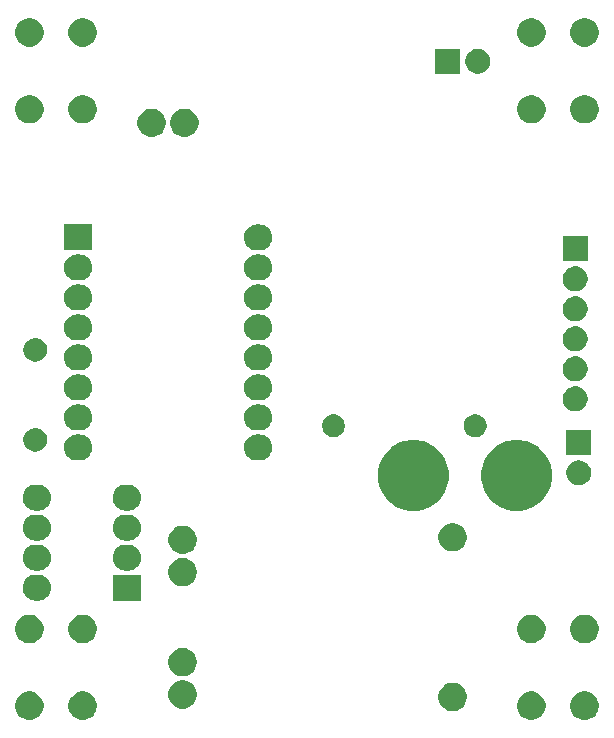
<source format=gbr>
G04 #@! TF.GenerationSoftware,KiCad,Pcbnew,5.1.5-52549c5~84~ubuntu18.04.1*
G04 #@! TF.CreationDate,2020-01-01T22:03:35+01:00*
G04 #@! TF.ProjectId,NOKOlino,4e4f4b4f-6c69-46e6-9f2e-6b696361645f,3.0*
G04 #@! TF.SameCoordinates,Original*
G04 #@! TF.FileFunction,Soldermask,Top*
G04 #@! TF.FilePolarity,Negative*
%FSLAX46Y46*%
G04 Gerber Fmt 4.6, Leading zero omitted, Abs format (unit mm)*
G04 Created by KiCad (PCBNEW 5.1.5-52549c5~84~ubuntu18.04.1) date 2020-01-01 22:03:35*
%MOMM*%
%LPD*%
G04 APERTURE LIST*
%ADD10C,0.100000*%
G04 APERTURE END LIST*
D10*
G36*
X182100026Y-144846115D02*
G01*
X182318411Y-144936573D01*
X182318413Y-144936574D01*
X182514955Y-145067899D01*
X182682101Y-145235045D01*
X182775343Y-145374591D01*
X182813427Y-145431589D01*
X182903885Y-145649974D01*
X182950000Y-145881809D01*
X182950000Y-146118191D01*
X182903885Y-146350026D01*
X182859823Y-146456400D01*
X182813426Y-146568413D01*
X182682101Y-146764955D01*
X182514955Y-146932101D01*
X182318413Y-147063426D01*
X182318412Y-147063427D01*
X182318411Y-147063427D01*
X182100026Y-147153885D01*
X181868191Y-147200000D01*
X181631809Y-147200000D01*
X181399974Y-147153885D01*
X181181589Y-147063427D01*
X181181588Y-147063427D01*
X181181587Y-147063426D01*
X180985045Y-146932101D01*
X180817899Y-146764955D01*
X180686574Y-146568413D01*
X180640177Y-146456400D01*
X180596115Y-146350026D01*
X180550000Y-146118191D01*
X180550000Y-145881809D01*
X180596115Y-145649974D01*
X180686573Y-145431589D01*
X180724658Y-145374591D01*
X180817899Y-145235045D01*
X180985045Y-145067899D01*
X181181587Y-144936574D01*
X181181589Y-144936573D01*
X181399974Y-144846115D01*
X181631809Y-144800000D01*
X181868191Y-144800000D01*
X182100026Y-144846115D01*
G37*
G36*
X177600026Y-144846115D02*
G01*
X177818411Y-144936573D01*
X177818413Y-144936574D01*
X178014955Y-145067899D01*
X178182101Y-145235045D01*
X178275343Y-145374591D01*
X178313427Y-145431589D01*
X178403885Y-145649974D01*
X178450000Y-145881809D01*
X178450000Y-146118191D01*
X178403885Y-146350026D01*
X178359823Y-146456400D01*
X178313426Y-146568413D01*
X178182101Y-146764955D01*
X178014955Y-146932101D01*
X177818413Y-147063426D01*
X177818412Y-147063427D01*
X177818411Y-147063427D01*
X177600026Y-147153885D01*
X177368191Y-147200000D01*
X177131809Y-147200000D01*
X176899974Y-147153885D01*
X176681589Y-147063427D01*
X176681588Y-147063427D01*
X176681587Y-147063426D01*
X176485045Y-146932101D01*
X176317899Y-146764955D01*
X176186574Y-146568413D01*
X176140177Y-146456400D01*
X176096115Y-146350026D01*
X176050000Y-146118191D01*
X176050000Y-145881809D01*
X176096115Y-145649974D01*
X176186573Y-145431589D01*
X176224658Y-145374591D01*
X176317899Y-145235045D01*
X176485045Y-145067899D01*
X176681587Y-144936574D01*
X176681589Y-144936573D01*
X176899974Y-144846115D01*
X177131809Y-144800000D01*
X177368191Y-144800000D01*
X177600026Y-144846115D01*
G37*
G36*
X135100026Y-144846115D02*
G01*
X135318411Y-144936573D01*
X135318413Y-144936574D01*
X135514955Y-145067899D01*
X135682101Y-145235045D01*
X135775343Y-145374591D01*
X135813427Y-145431589D01*
X135903885Y-145649974D01*
X135950000Y-145881809D01*
X135950000Y-146118191D01*
X135903885Y-146350026D01*
X135859823Y-146456400D01*
X135813426Y-146568413D01*
X135682101Y-146764955D01*
X135514955Y-146932101D01*
X135318413Y-147063426D01*
X135318412Y-147063427D01*
X135318411Y-147063427D01*
X135100026Y-147153885D01*
X134868191Y-147200000D01*
X134631809Y-147200000D01*
X134399974Y-147153885D01*
X134181589Y-147063427D01*
X134181588Y-147063427D01*
X134181587Y-147063426D01*
X133985045Y-146932101D01*
X133817899Y-146764955D01*
X133686574Y-146568413D01*
X133640177Y-146456400D01*
X133596115Y-146350026D01*
X133550000Y-146118191D01*
X133550000Y-145881809D01*
X133596115Y-145649974D01*
X133686573Y-145431589D01*
X133724658Y-145374591D01*
X133817899Y-145235045D01*
X133985045Y-145067899D01*
X134181587Y-144936574D01*
X134181589Y-144936573D01*
X134399974Y-144846115D01*
X134631809Y-144800000D01*
X134868191Y-144800000D01*
X135100026Y-144846115D01*
G37*
G36*
X139600026Y-144846115D02*
G01*
X139818411Y-144936573D01*
X139818413Y-144936574D01*
X140014955Y-145067899D01*
X140182101Y-145235045D01*
X140275343Y-145374591D01*
X140313427Y-145431589D01*
X140403885Y-145649974D01*
X140450000Y-145881809D01*
X140450000Y-146118191D01*
X140403885Y-146350026D01*
X140359823Y-146456400D01*
X140313426Y-146568413D01*
X140182101Y-146764955D01*
X140014955Y-146932101D01*
X139818413Y-147063426D01*
X139818412Y-147063427D01*
X139818411Y-147063427D01*
X139600026Y-147153885D01*
X139368191Y-147200000D01*
X139131809Y-147200000D01*
X138899974Y-147153885D01*
X138681589Y-147063427D01*
X138681588Y-147063427D01*
X138681587Y-147063426D01*
X138485045Y-146932101D01*
X138317899Y-146764955D01*
X138186574Y-146568413D01*
X138140177Y-146456400D01*
X138096115Y-146350026D01*
X138050000Y-146118191D01*
X138050000Y-145881809D01*
X138096115Y-145649974D01*
X138186573Y-145431589D01*
X138224658Y-145374591D01*
X138317899Y-145235045D01*
X138485045Y-145067899D01*
X138681587Y-144936574D01*
X138681589Y-144936573D01*
X138899974Y-144846115D01*
X139131809Y-144800000D01*
X139368191Y-144800000D01*
X139600026Y-144846115D01*
G37*
G36*
X170930026Y-144102515D02*
G01*
X171148411Y-144192973D01*
X171148413Y-144192974D01*
X171290996Y-144288245D01*
X171344955Y-144324299D01*
X171512101Y-144491445D01*
X171643427Y-144687989D01*
X171733885Y-144906374D01*
X171780000Y-145138209D01*
X171780000Y-145374591D01*
X171733885Y-145606426D01*
X171646184Y-145818155D01*
X171643426Y-145824813D01*
X171512101Y-146021355D01*
X171344955Y-146188501D01*
X171148413Y-146319826D01*
X171148412Y-146319827D01*
X171148411Y-146319827D01*
X170930026Y-146410285D01*
X170698191Y-146456400D01*
X170461809Y-146456400D01*
X170229974Y-146410285D01*
X170011589Y-146319827D01*
X170011588Y-146319827D01*
X170011587Y-146319826D01*
X169815045Y-146188501D01*
X169647899Y-146021355D01*
X169516574Y-145824813D01*
X169513816Y-145818155D01*
X169426115Y-145606426D01*
X169380000Y-145374591D01*
X169380000Y-145138209D01*
X169426115Y-144906374D01*
X169516573Y-144687989D01*
X169647899Y-144491445D01*
X169815045Y-144324299D01*
X169869004Y-144288245D01*
X170011587Y-144192974D01*
X170011589Y-144192973D01*
X170229974Y-144102515D01*
X170461809Y-144056400D01*
X170698191Y-144056400D01*
X170930026Y-144102515D01*
G37*
G36*
X148070026Y-143899315D02*
G01*
X148288411Y-143989773D01*
X148288413Y-143989774D01*
X148484955Y-144121099D01*
X148652101Y-144288245D01*
X148783427Y-144484789D01*
X148873885Y-144703174D01*
X148920000Y-144935009D01*
X148920000Y-145171391D01*
X148873885Y-145403226D01*
X148789717Y-145606426D01*
X148783426Y-145621613D01*
X148652101Y-145818155D01*
X148484955Y-145985301D01*
X148288413Y-146116626D01*
X148288412Y-146116627D01*
X148288411Y-146116627D01*
X148070026Y-146207085D01*
X147838191Y-146253200D01*
X147601809Y-146253200D01*
X147369974Y-146207085D01*
X147151589Y-146116627D01*
X147151588Y-146116627D01*
X147151587Y-146116626D01*
X146955045Y-145985301D01*
X146787899Y-145818155D01*
X146656574Y-145621613D01*
X146650283Y-145606426D01*
X146566115Y-145403226D01*
X146520000Y-145171391D01*
X146520000Y-144935009D01*
X146566115Y-144703174D01*
X146656573Y-144484789D01*
X146787899Y-144288245D01*
X146955045Y-144121099D01*
X147151587Y-143989774D01*
X147151589Y-143989773D01*
X147369974Y-143899315D01*
X147601809Y-143853200D01*
X147838191Y-143853200D01*
X148070026Y-143899315D01*
G37*
G36*
X148070026Y-141156115D02*
G01*
X148288411Y-141246573D01*
X148288413Y-141246574D01*
X148484955Y-141377899D01*
X148652101Y-141545045D01*
X148783427Y-141741589D01*
X148873885Y-141959974D01*
X148920000Y-142191809D01*
X148920000Y-142428191D01*
X148873885Y-142660026D01*
X148783427Y-142878411D01*
X148783426Y-142878413D01*
X148652101Y-143074955D01*
X148484955Y-143242101D01*
X148288413Y-143373426D01*
X148288412Y-143373427D01*
X148288411Y-143373427D01*
X148070026Y-143463885D01*
X147838191Y-143510000D01*
X147601809Y-143510000D01*
X147369974Y-143463885D01*
X147151589Y-143373427D01*
X147151588Y-143373427D01*
X147151587Y-143373426D01*
X146955045Y-143242101D01*
X146787899Y-143074955D01*
X146656574Y-142878413D01*
X146656573Y-142878411D01*
X146566115Y-142660026D01*
X146520000Y-142428191D01*
X146520000Y-142191809D01*
X146566115Y-141959974D01*
X146656573Y-141741589D01*
X146787899Y-141545045D01*
X146955045Y-141377899D01*
X147151587Y-141246574D01*
X147151589Y-141246573D01*
X147369974Y-141156115D01*
X147601809Y-141110000D01*
X147838191Y-141110000D01*
X148070026Y-141156115D01*
G37*
G36*
X182100026Y-138346115D02*
G01*
X182318411Y-138436573D01*
X182318413Y-138436574D01*
X182514955Y-138567899D01*
X182682101Y-138735045D01*
X182813427Y-138931589D01*
X182903885Y-139149974D01*
X182950000Y-139381809D01*
X182950000Y-139618191D01*
X182903885Y-139850026D01*
X182813427Y-140068411D01*
X182813426Y-140068413D01*
X182682101Y-140264955D01*
X182514955Y-140432101D01*
X182318413Y-140563426D01*
X182318412Y-140563427D01*
X182318411Y-140563427D01*
X182100026Y-140653885D01*
X181868191Y-140700000D01*
X181631809Y-140700000D01*
X181399974Y-140653885D01*
X181181589Y-140563427D01*
X181181588Y-140563427D01*
X181181587Y-140563426D01*
X180985045Y-140432101D01*
X180817899Y-140264955D01*
X180686574Y-140068413D01*
X180686573Y-140068411D01*
X180596115Y-139850026D01*
X180550000Y-139618191D01*
X180550000Y-139381809D01*
X180596115Y-139149974D01*
X180686573Y-138931589D01*
X180817899Y-138735045D01*
X180985045Y-138567899D01*
X181181587Y-138436574D01*
X181181589Y-138436573D01*
X181399974Y-138346115D01*
X181631809Y-138300000D01*
X181868191Y-138300000D01*
X182100026Y-138346115D01*
G37*
G36*
X177600026Y-138346115D02*
G01*
X177818411Y-138436573D01*
X177818413Y-138436574D01*
X178014955Y-138567899D01*
X178182101Y-138735045D01*
X178313427Y-138931589D01*
X178403885Y-139149974D01*
X178450000Y-139381809D01*
X178450000Y-139618191D01*
X178403885Y-139850026D01*
X178313427Y-140068411D01*
X178313426Y-140068413D01*
X178182101Y-140264955D01*
X178014955Y-140432101D01*
X177818413Y-140563426D01*
X177818412Y-140563427D01*
X177818411Y-140563427D01*
X177600026Y-140653885D01*
X177368191Y-140700000D01*
X177131809Y-140700000D01*
X176899974Y-140653885D01*
X176681589Y-140563427D01*
X176681588Y-140563427D01*
X176681587Y-140563426D01*
X176485045Y-140432101D01*
X176317899Y-140264955D01*
X176186574Y-140068413D01*
X176186573Y-140068411D01*
X176096115Y-139850026D01*
X176050000Y-139618191D01*
X176050000Y-139381809D01*
X176096115Y-139149974D01*
X176186573Y-138931589D01*
X176317899Y-138735045D01*
X176485045Y-138567899D01*
X176681587Y-138436574D01*
X176681589Y-138436573D01*
X176899974Y-138346115D01*
X177131809Y-138300000D01*
X177368191Y-138300000D01*
X177600026Y-138346115D01*
G37*
G36*
X139600026Y-138346115D02*
G01*
X139818411Y-138436573D01*
X139818413Y-138436574D01*
X140014955Y-138567899D01*
X140182101Y-138735045D01*
X140313427Y-138931589D01*
X140403885Y-139149974D01*
X140450000Y-139381809D01*
X140450000Y-139618191D01*
X140403885Y-139850026D01*
X140313427Y-140068411D01*
X140313426Y-140068413D01*
X140182101Y-140264955D01*
X140014955Y-140432101D01*
X139818413Y-140563426D01*
X139818412Y-140563427D01*
X139818411Y-140563427D01*
X139600026Y-140653885D01*
X139368191Y-140700000D01*
X139131809Y-140700000D01*
X138899974Y-140653885D01*
X138681589Y-140563427D01*
X138681588Y-140563427D01*
X138681587Y-140563426D01*
X138485045Y-140432101D01*
X138317899Y-140264955D01*
X138186574Y-140068413D01*
X138186573Y-140068411D01*
X138096115Y-139850026D01*
X138050000Y-139618191D01*
X138050000Y-139381809D01*
X138096115Y-139149974D01*
X138186573Y-138931589D01*
X138317899Y-138735045D01*
X138485045Y-138567899D01*
X138681587Y-138436574D01*
X138681589Y-138436573D01*
X138899974Y-138346115D01*
X139131809Y-138300000D01*
X139368191Y-138300000D01*
X139600026Y-138346115D01*
G37*
G36*
X135100026Y-138346115D02*
G01*
X135318411Y-138436573D01*
X135318413Y-138436574D01*
X135514955Y-138567899D01*
X135682101Y-138735045D01*
X135813427Y-138931589D01*
X135903885Y-139149974D01*
X135950000Y-139381809D01*
X135950000Y-139618191D01*
X135903885Y-139850026D01*
X135813427Y-140068411D01*
X135813426Y-140068413D01*
X135682101Y-140264955D01*
X135514955Y-140432101D01*
X135318413Y-140563426D01*
X135318412Y-140563427D01*
X135318411Y-140563427D01*
X135100026Y-140653885D01*
X134868191Y-140700000D01*
X134631809Y-140700000D01*
X134399974Y-140653885D01*
X134181589Y-140563427D01*
X134181588Y-140563427D01*
X134181587Y-140563426D01*
X133985045Y-140432101D01*
X133817899Y-140264955D01*
X133686574Y-140068413D01*
X133686573Y-140068411D01*
X133596115Y-139850026D01*
X133550000Y-139618191D01*
X133550000Y-139381809D01*
X133596115Y-139149974D01*
X133686573Y-138931589D01*
X133817899Y-138735045D01*
X133985045Y-138567899D01*
X134181587Y-138436574D01*
X134181589Y-138436573D01*
X134399974Y-138346115D01*
X134631809Y-138300000D01*
X134868191Y-138300000D01*
X135100026Y-138346115D01*
G37*
G36*
X144200000Y-137100000D02*
G01*
X141800000Y-137100000D01*
X141800000Y-134900000D01*
X144200000Y-134900000D01*
X144200000Y-137100000D01*
G37*
G36*
X135614837Y-134907958D02*
G01*
X135695638Y-134915916D01*
X135849034Y-134962449D01*
X135902992Y-134978817D01*
X136094084Y-135080957D01*
X136261581Y-135218419D01*
X136399043Y-135385916D01*
X136501183Y-135577008D01*
X136501184Y-135577012D01*
X136564084Y-135784362D01*
X136585322Y-136000000D01*
X136564084Y-136215638D01*
X136517551Y-136369034D01*
X136501183Y-136422992D01*
X136399043Y-136614084D01*
X136261581Y-136781581D01*
X136094084Y-136919043D01*
X135902992Y-137021183D01*
X135849034Y-137037551D01*
X135695638Y-137084084D01*
X135614837Y-137092042D01*
X135534038Y-137100000D01*
X135225962Y-137100000D01*
X135145163Y-137092042D01*
X135064362Y-137084084D01*
X134910966Y-137037551D01*
X134857008Y-137021183D01*
X134665916Y-136919043D01*
X134498419Y-136781581D01*
X134360957Y-136614084D01*
X134258817Y-136422992D01*
X134242449Y-136369034D01*
X134195916Y-136215638D01*
X134174678Y-136000000D01*
X134195916Y-135784362D01*
X134258816Y-135577012D01*
X134258817Y-135577008D01*
X134360957Y-135385916D01*
X134498419Y-135218419D01*
X134665916Y-135080957D01*
X134857008Y-134978817D01*
X134910966Y-134962449D01*
X135064362Y-134915916D01*
X135145163Y-134907958D01*
X135225962Y-134900000D01*
X135534038Y-134900000D01*
X135614837Y-134907958D01*
G37*
G36*
X148070026Y-133536115D02*
G01*
X148288411Y-133626573D01*
X148288413Y-133626574D01*
X148484955Y-133757899D01*
X148652101Y-133925045D01*
X148751686Y-134074084D01*
X148783427Y-134121589D01*
X148873885Y-134339974D01*
X148920000Y-134571809D01*
X148920000Y-134808191D01*
X148873885Y-135040026D01*
X148856930Y-135080958D01*
X148783426Y-135258413D01*
X148652101Y-135454955D01*
X148484955Y-135622101D01*
X148288413Y-135753426D01*
X148288412Y-135753427D01*
X148288411Y-135753427D01*
X148070026Y-135843885D01*
X147838191Y-135890000D01*
X147601809Y-135890000D01*
X147369974Y-135843885D01*
X147151589Y-135753427D01*
X147151588Y-135753427D01*
X147151587Y-135753426D01*
X146955045Y-135622101D01*
X146787899Y-135454955D01*
X146656574Y-135258413D01*
X146583070Y-135080958D01*
X146566115Y-135040026D01*
X146520000Y-134808191D01*
X146520000Y-134571809D01*
X146566115Y-134339974D01*
X146656573Y-134121589D01*
X146688315Y-134074084D01*
X146787899Y-133925045D01*
X146955045Y-133757899D01*
X147151587Y-133626574D01*
X147151589Y-133626573D01*
X147369974Y-133536115D01*
X147601809Y-133490000D01*
X147838191Y-133490000D01*
X148070026Y-133536115D01*
G37*
G36*
X135614837Y-132367958D02*
G01*
X135695638Y-132375916D01*
X135849034Y-132422449D01*
X135902992Y-132438817D01*
X136094084Y-132540957D01*
X136261581Y-132678419D01*
X136399043Y-132845916D01*
X136501183Y-133037008D01*
X136501184Y-133037012D01*
X136564084Y-133244362D01*
X136585322Y-133460000D01*
X136564084Y-133675638D01*
X136539130Y-133757899D01*
X136501183Y-133882992D01*
X136399043Y-134074084D01*
X136261581Y-134241581D01*
X136094084Y-134379043D01*
X135902992Y-134481183D01*
X135849034Y-134497551D01*
X135695638Y-134544084D01*
X135614837Y-134552042D01*
X135534038Y-134560000D01*
X135225962Y-134560000D01*
X135145163Y-134552042D01*
X135064362Y-134544084D01*
X134910966Y-134497551D01*
X134857008Y-134481183D01*
X134665916Y-134379043D01*
X134498419Y-134241581D01*
X134360957Y-134074084D01*
X134258817Y-133882992D01*
X134220870Y-133757899D01*
X134195916Y-133675638D01*
X134174678Y-133460000D01*
X134195916Y-133244362D01*
X134258816Y-133037012D01*
X134258817Y-133037008D01*
X134360957Y-132845916D01*
X134498419Y-132678419D01*
X134665916Y-132540957D01*
X134857008Y-132438817D01*
X134910966Y-132422449D01*
X135064362Y-132375916D01*
X135145163Y-132367958D01*
X135225962Y-132360000D01*
X135534038Y-132360000D01*
X135614837Y-132367958D01*
G37*
G36*
X143234837Y-132367958D02*
G01*
X143315638Y-132375916D01*
X143469034Y-132422449D01*
X143522992Y-132438817D01*
X143714084Y-132540957D01*
X143881581Y-132678419D01*
X144019043Y-132845916D01*
X144121183Y-133037008D01*
X144121184Y-133037012D01*
X144184084Y-133244362D01*
X144205322Y-133460000D01*
X144184084Y-133675638D01*
X144159130Y-133757899D01*
X144121183Y-133882992D01*
X144019043Y-134074084D01*
X143881581Y-134241581D01*
X143714084Y-134379043D01*
X143522992Y-134481183D01*
X143469034Y-134497551D01*
X143315638Y-134544084D01*
X143234837Y-134552042D01*
X143154038Y-134560000D01*
X142845962Y-134560000D01*
X142765163Y-134552042D01*
X142684362Y-134544084D01*
X142530966Y-134497551D01*
X142477008Y-134481183D01*
X142285916Y-134379043D01*
X142118419Y-134241581D01*
X141980957Y-134074084D01*
X141878817Y-133882992D01*
X141840870Y-133757899D01*
X141815916Y-133675638D01*
X141794678Y-133460000D01*
X141815916Y-133244362D01*
X141878816Y-133037012D01*
X141878817Y-133037008D01*
X141980957Y-132845916D01*
X142118419Y-132678419D01*
X142285916Y-132540957D01*
X142477008Y-132438817D01*
X142530966Y-132422449D01*
X142684362Y-132375916D01*
X142765163Y-132367958D01*
X142845962Y-132360000D01*
X143154038Y-132360000D01*
X143234837Y-132367958D01*
G37*
G36*
X148070026Y-130792915D02*
G01*
X148288411Y-130883373D01*
X148288413Y-130883374D01*
X148430996Y-130978645D01*
X148484955Y-131014699D01*
X148652101Y-131181845D01*
X148783427Y-131378389D01*
X148873885Y-131596774D01*
X148920000Y-131828609D01*
X148920000Y-132064991D01*
X148873885Y-132296826D01*
X148815071Y-132438816D01*
X148783426Y-132515213D01*
X148652101Y-132711755D01*
X148484955Y-132878901D01*
X148288413Y-133010226D01*
X148288412Y-133010227D01*
X148288411Y-133010227D01*
X148070026Y-133100685D01*
X147838191Y-133146800D01*
X147601809Y-133146800D01*
X147369974Y-133100685D01*
X147151589Y-133010227D01*
X147151588Y-133010227D01*
X147151587Y-133010226D01*
X146955045Y-132878901D01*
X146787899Y-132711755D01*
X146656574Y-132515213D01*
X146624929Y-132438816D01*
X146566115Y-132296826D01*
X146520000Y-132064991D01*
X146520000Y-131828609D01*
X146566115Y-131596774D01*
X146656573Y-131378389D01*
X146787899Y-131181845D01*
X146955045Y-131014699D01*
X147009004Y-130978645D01*
X147151587Y-130883374D01*
X147151589Y-130883373D01*
X147369974Y-130792915D01*
X147601809Y-130746800D01*
X147838191Y-130746800D01*
X148070026Y-130792915D01*
G37*
G36*
X170930026Y-130589715D02*
G01*
X171148411Y-130680173D01*
X171148413Y-130680174D01*
X171344955Y-130811499D01*
X171512101Y-130978645D01*
X171643427Y-131175189D01*
X171733885Y-131393574D01*
X171780000Y-131625409D01*
X171780000Y-131861791D01*
X171733885Y-132093626D01*
X171649717Y-132296826D01*
X171643426Y-132312013D01*
X171512101Y-132508555D01*
X171344955Y-132675701D01*
X171148413Y-132807026D01*
X171148412Y-132807027D01*
X171148411Y-132807027D01*
X170930026Y-132897485D01*
X170698191Y-132943600D01*
X170461809Y-132943600D01*
X170229974Y-132897485D01*
X170011589Y-132807027D01*
X170011588Y-132807027D01*
X170011587Y-132807026D01*
X169815045Y-132675701D01*
X169647899Y-132508555D01*
X169516574Y-132312013D01*
X169510283Y-132296826D01*
X169426115Y-132093626D01*
X169380000Y-131861791D01*
X169380000Y-131625409D01*
X169426115Y-131393574D01*
X169516573Y-131175189D01*
X169647899Y-130978645D01*
X169815045Y-130811499D01*
X170011587Y-130680174D01*
X170011589Y-130680173D01*
X170229974Y-130589715D01*
X170461809Y-130543600D01*
X170698191Y-130543600D01*
X170930026Y-130589715D01*
G37*
G36*
X143234837Y-129827958D02*
G01*
X143315638Y-129835916D01*
X143469034Y-129882449D01*
X143522992Y-129898817D01*
X143714084Y-130000957D01*
X143881581Y-130138419D01*
X144019043Y-130305916D01*
X144121183Y-130497008D01*
X144121184Y-130497012D01*
X144184084Y-130704362D01*
X144205322Y-130920000D01*
X144184084Y-131135638D01*
X144172086Y-131175189D01*
X144121183Y-131342992D01*
X144019043Y-131534084D01*
X143881581Y-131701581D01*
X143714084Y-131839043D01*
X143522992Y-131941183D01*
X143469034Y-131957551D01*
X143315638Y-132004084D01*
X143234837Y-132012042D01*
X143154038Y-132020000D01*
X142845962Y-132020000D01*
X142765163Y-132012042D01*
X142684362Y-132004084D01*
X142530966Y-131957551D01*
X142477008Y-131941183D01*
X142285916Y-131839043D01*
X142118419Y-131701581D01*
X141980957Y-131534084D01*
X141878817Y-131342992D01*
X141827914Y-131175189D01*
X141815916Y-131135638D01*
X141794678Y-130920000D01*
X141815916Y-130704362D01*
X141878816Y-130497012D01*
X141878817Y-130497008D01*
X141980957Y-130305916D01*
X142118419Y-130138419D01*
X142285916Y-130000957D01*
X142477008Y-129898817D01*
X142530966Y-129882449D01*
X142684362Y-129835916D01*
X142765163Y-129827958D01*
X142845962Y-129820000D01*
X143154038Y-129820000D01*
X143234837Y-129827958D01*
G37*
G36*
X135614837Y-129827958D02*
G01*
X135695638Y-129835916D01*
X135849034Y-129882449D01*
X135902992Y-129898817D01*
X136094084Y-130000957D01*
X136261581Y-130138419D01*
X136399043Y-130305916D01*
X136501183Y-130497008D01*
X136501184Y-130497012D01*
X136564084Y-130704362D01*
X136585322Y-130920000D01*
X136564084Y-131135638D01*
X136552086Y-131175189D01*
X136501183Y-131342992D01*
X136399043Y-131534084D01*
X136261581Y-131701581D01*
X136094084Y-131839043D01*
X135902992Y-131941183D01*
X135849034Y-131957551D01*
X135695638Y-132004084D01*
X135614837Y-132012042D01*
X135534038Y-132020000D01*
X135225962Y-132020000D01*
X135145163Y-132012042D01*
X135064362Y-132004084D01*
X134910966Y-131957551D01*
X134857008Y-131941183D01*
X134665916Y-131839043D01*
X134498419Y-131701581D01*
X134360957Y-131534084D01*
X134258817Y-131342992D01*
X134207914Y-131175189D01*
X134195916Y-131135638D01*
X134174678Y-130920000D01*
X134195916Y-130704362D01*
X134258816Y-130497012D01*
X134258817Y-130497008D01*
X134360957Y-130305916D01*
X134498419Y-130138419D01*
X134665916Y-130000957D01*
X134857008Y-129898817D01*
X134910966Y-129882449D01*
X135064362Y-129835916D01*
X135145163Y-129827958D01*
X135225962Y-129820000D01*
X135534038Y-129820000D01*
X135614837Y-129827958D01*
G37*
G36*
X176681870Y-123576859D02*
G01*
X176875068Y-123615288D01*
X177261122Y-123775197D01*
X177300936Y-123791688D01*
X177421033Y-123841434D01*
X177545143Y-123924362D01*
X177864072Y-124137463D01*
X177912389Y-124169748D01*
X178330252Y-124587611D01*
X178658566Y-125078967D01*
X178882945Y-125620665D01*
X178884712Y-125624933D01*
X178996432Y-126186584D01*
X179000000Y-126204526D01*
X179000000Y-126795474D01*
X178884712Y-127375068D01*
X178658566Y-127921033D01*
X178330252Y-128412389D01*
X177912389Y-128830252D01*
X177421033Y-129158566D01*
X177421032Y-129158567D01*
X177421031Y-129158567D01*
X177261122Y-129224803D01*
X176875068Y-129384712D01*
X176792262Y-129401183D01*
X176295476Y-129500000D01*
X175704524Y-129500000D01*
X175207738Y-129401183D01*
X175124932Y-129384712D01*
X174738878Y-129224803D01*
X174578969Y-129158567D01*
X174578968Y-129158567D01*
X174578967Y-129158566D01*
X174087611Y-128830252D01*
X173669748Y-128412389D01*
X173341434Y-127921033D01*
X173115288Y-127375068D01*
X173000000Y-126795474D01*
X173000000Y-126204526D01*
X173003569Y-126186584D01*
X173115288Y-125624933D01*
X173117056Y-125620665D01*
X173341434Y-125078967D01*
X173669748Y-124587611D01*
X174087611Y-124169748D01*
X174135929Y-124137463D01*
X174454857Y-123924362D01*
X174578967Y-123841434D01*
X174699065Y-123791688D01*
X174738878Y-123775197D01*
X175124932Y-123615288D01*
X175318130Y-123576859D01*
X175704524Y-123500000D01*
X176295476Y-123500000D01*
X176681870Y-123576859D01*
G37*
G36*
X167931870Y-123576859D02*
G01*
X168125068Y-123615288D01*
X168511122Y-123775197D01*
X168550936Y-123791688D01*
X168671033Y-123841434D01*
X168795143Y-123924362D01*
X169114072Y-124137463D01*
X169162389Y-124169748D01*
X169580252Y-124587611D01*
X169908566Y-125078967D01*
X170132945Y-125620665D01*
X170134712Y-125624933D01*
X170246432Y-126186584D01*
X170250000Y-126204526D01*
X170250000Y-126795474D01*
X170134712Y-127375068D01*
X169908566Y-127921033D01*
X169580252Y-128412389D01*
X169162389Y-128830252D01*
X168671033Y-129158566D01*
X168671032Y-129158567D01*
X168671031Y-129158567D01*
X168511122Y-129224803D01*
X168125068Y-129384712D01*
X168042262Y-129401183D01*
X167545476Y-129500000D01*
X166954524Y-129500000D01*
X166457738Y-129401183D01*
X166374932Y-129384712D01*
X165988878Y-129224803D01*
X165828969Y-129158567D01*
X165828968Y-129158567D01*
X165828967Y-129158566D01*
X165337611Y-128830252D01*
X164919748Y-128412389D01*
X164591434Y-127921033D01*
X164365288Y-127375068D01*
X164250000Y-126795474D01*
X164250000Y-126204526D01*
X164253569Y-126186584D01*
X164365288Y-125624933D01*
X164367056Y-125620665D01*
X164591434Y-125078967D01*
X164919748Y-124587611D01*
X165337611Y-124169748D01*
X165385929Y-124137463D01*
X165704857Y-123924362D01*
X165828967Y-123841434D01*
X165949065Y-123791688D01*
X165988878Y-123775197D01*
X166374932Y-123615288D01*
X166568130Y-123576859D01*
X166954524Y-123500000D01*
X167545476Y-123500000D01*
X167931870Y-123576859D01*
G37*
G36*
X143234837Y-127287958D02*
G01*
X143315638Y-127295916D01*
X143460961Y-127340000D01*
X143522992Y-127358817D01*
X143714084Y-127460957D01*
X143881581Y-127598419D01*
X144019043Y-127765916D01*
X144121183Y-127957008D01*
X144121184Y-127957012D01*
X144184084Y-128164362D01*
X144205322Y-128380000D01*
X144184084Y-128595638D01*
X144137551Y-128749034D01*
X144121183Y-128802992D01*
X144019043Y-128994084D01*
X143881581Y-129161581D01*
X143714084Y-129299043D01*
X143522992Y-129401183D01*
X143469034Y-129417551D01*
X143315638Y-129464084D01*
X143234837Y-129472042D01*
X143154038Y-129480000D01*
X142845962Y-129480000D01*
X142765163Y-129472042D01*
X142684362Y-129464084D01*
X142530966Y-129417551D01*
X142477008Y-129401183D01*
X142285916Y-129299043D01*
X142118419Y-129161581D01*
X141980957Y-128994084D01*
X141878817Y-128802992D01*
X141862449Y-128749034D01*
X141815916Y-128595638D01*
X141794678Y-128380000D01*
X141815916Y-128164362D01*
X141878816Y-127957012D01*
X141878817Y-127957008D01*
X141980957Y-127765916D01*
X142118419Y-127598419D01*
X142285916Y-127460957D01*
X142477008Y-127358817D01*
X142539039Y-127340000D01*
X142684362Y-127295916D01*
X142765163Y-127287958D01*
X142845962Y-127280000D01*
X143154038Y-127280000D01*
X143234837Y-127287958D01*
G37*
G36*
X135614837Y-127287958D02*
G01*
X135695638Y-127295916D01*
X135840961Y-127340000D01*
X135902992Y-127358817D01*
X136094084Y-127460957D01*
X136261581Y-127598419D01*
X136399043Y-127765916D01*
X136501183Y-127957008D01*
X136501184Y-127957012D01*
X136564084Y-128164362D01*
X136585322Y-128380000D01*
X136564084Y-128595638D01*
X136517551Y-128749034D01*
X136501183Y-128802992D01*
X136399043Y-128994084D01*
X136261581Y-129161581D01*
X136094084Y-129299043D01*
X135902992Y-129401183D01*
X135849034Y-129417551D01*
X135695638Y-129464084D01*
X135614837Y-129472042D01*
X135534038Y-129480000D01*
X135225962Y-129480000D01*
X135145163Y-129472042D01*
X135064362Y-129464084D01*
X134910966Y-129417551D01*
X134857008Y-129401183D01*
X134665916Y-129299043D01*
X134498419Y-129161581D01*
X134360957Y-128994084D01*
X134258817Y-128802992D01*
X134242449Y-128749034D01*
X134195916Y-128595638D01*
X134174678Y-128380000D01*
X134195916Y-128164362D01*
X134258816Y-127957012D01*
X134258817Y-127957008D01*
X134360957Y-127765916D01*
X134498419Y-127598419D01*
X134665916Y-127460957D01*
X134857008Y-127358817D01*
X134919039Y-127340000D01*
X135064362Y-127295916D01*
X135145163Y-127287958D01*
X135225962Y-127280000D01*
X135534038Y-127280000D01*
X135614837Y-127287958D01*
G37*
G36*
X181378687Y-125245027D02*
G01*
X181556274Y-125280350D01*
X181747362Y-125359502D01*
X181919336Y-125474411D01*
X182065589Y-125620664D01*
X182180498Y-125792638D01*
X182259650Y-125983726D01*
X182300000Y-126186584D01*
X182300000Y-126393416D01*
X182259650Y-126596274D01*
X182180498Y-126787362D01*
X182065589Y-126959336D01*
X181919336Y-127105589D01*
X181747362Y-127220498D01*
X181556274Y-127299650D01*
X181378687Y-127334973D01*
X181353417Y-127340000D01*
X181146583Y-127340000D01*
X181121313Y-127334973D01*
X180943726Y-127299650D01*
X180752638Y-127220498D01*
X180580664Y-127105589D01*
X180434411Y-126959336D01*
X180319502Y-126787362D01*
X180240350Y-126596274D01*
X180200000Y-126393416D01*
X180200000Y-126186584D01*
X180240350Y-125983726D01*
X180319502Y-125792638D01*
X180434411Y-125620664D01*
X180580664Y-125474411D01*
X180752638Y-125359502D01*
X180943726Y-125280350D01*
X181121313Y-125245027D01*
X181146583Y-125240000D01*
X181353417Y-125240000D01*
X181378687Y-125245027D01*
G37*
G36*
X139114837Y-123047958D02*
G01*
X139195638Y-123055916D01*
X139349034Y-123102449D01*
X139402992Y-123118817D01*
X139594084Y-123220957D01*
X139761581Y-123358419D01*
X139899043Y-123525916D01*
X140001183Y-123717008D01*
X140001184Y-123717012D01*
X140064084Y-123924362D01*
X140085322Y-124140000D01*
X140064084Y-124355638D01*
X140017551Y-124509034D01*
X140001183Y-124562992D01*
X139899043Y-124754084D01*
X139761581Y-124921581D01*
X139594084Y-125059043D01*
X139402992Y-125161183D01*
X139349034Y-125177551D01*
X139195638Y-125224084D01*
X139114837Y-125232042D01*
X139034038Y-125240000D01*
X138725962Y-125240000D01*
X138645163Y-125232042D01*
X138564362Y-125224084D01*
X138410966Y-125177551D01*
X138357008Y-125161183D01*
X138165916Y-125059043D01*
X137998419Y-124921581D01*
X137860957Y-124754084D01*
X137758817Y-124562992D01*
X137742449Y-124509034D01*
X137695916Y-124355638D01*
X137674678Y-124140000D01*
X137695916Y-123924362D01*
X137758816Y-123717012D01*
X137758817Y-123717008D01*
X137860957Y-123525916D01*
X137998419Y-123358419D01*
X138165916Y-123220957D01*
X138357008Y-123118817D01*
X138410966Y-123102449D01*
X138564362Y-123055916D01*
X138645163Y-123047958D01*
X138725962Y-123040000D01*
X139034038Y-123040000D01*
X139114837Y-123047958D01*
G37*
G36*
X154354837Y-123047958D02*
G01*
X154435638Y-123055916D01*
X154589034Y-123102449D01*
X154642992Y-123118817D01*
X154834084Y-123220957D01*
X155001581Y-123358419D01*
X155139043Y-123525916D01*
X155241183Y-123717008D01*
X155241184Y-123717012D01*
X155304084Y-123924362D01*
X155325322Y-124140000D01*
X155304084Y-124355638D01*
X155257551Y-124509034D01*
X155241183Y-124562992D01*
X155139043Y-124754084D01*
X155001581Y-124921581D01*
X154834084Y-125059043D01*
X154642992Y-125161183D01*
X154589034Y-125177551D01*
X154435638Y-125224084D01*
X154354837Y-125232042D01*
X154274038Y-125240000D01*
X153965962Y-125240000D01*
X153885163Y-125232042D01*
X153804362Y-125224084D01*
X153650966Y-125177551D01*
X153597008Y-125161183D01*
X153405916Y-125059043D01*
X153238419Y-124921581D01*
X153100957Y-124754084D01*
X152998817Y-124562992D01*
X152982449Y-124509034D01*
X152935916Y-124355638D01*
X152914678Y-124140000D01*
X152935916Y-123924362D01*
X152998816Y-123717012D01*
X152998817Y-123717008D01*
X153100957Y-123525916D01*
X153238419Y-123358419D01*
X153405916Y-123220957D01*
X153597008Y-123118817D01*
X153650966Y-123102449D01*
X153804362Y-123055916D01*
X153885163Y-123047958D01*
X153965962Y-123040000D01*
X154274038Y-123040000D01*
X154354837Y-123047958D01*
G37*
G36*
X182300000Y-124800000D02*
G01*
X180200000Y-124800000D01*
X180200000Y-122700000D01*
X182300000Y-122700000D01*
X182300000Y-124800000D01*
G37*
G36*
X135444223Y-122519042D02*
G01*
X135541689Y-122538429D01*
X135723678Y-122613811D01*
X135887463Y-122723249D01*
X136026751Y-122862537D01*
X136136189Y-123026322D01*
X136211571Y-123208311D01*
X136250000Y-123401509D01*
X136250000Y-123598491D01*
X136211571Y-123791689D01*
X136136189Y-123973678D01*
X136026751Y-124137463D01*
X135887463Y-124276751D01*
X135723678Y-124386189D01*
X135541689Y-124461571D01*
X135477290Y-124474381D01*
X135348493Y-124500000D01*
X135151507Y-124500000D01*
X135022710Y-124474381D01*
X134958311Y-124461571D01*
X134776322Y-124386189D01*
X134612537Y-124276751D01*
X134473249Y-124137463D01*
X134363811Y-123973678D01*
X134288429Y-123791689D01*
X134250000Y-123598491D01*
X134250000Y-123401509D01*
X134288429Y-123208311D01*
X134363811Y-123026322D01*
X134473249Y-122862537D01*
X134612537Y-122723249D01*
X134776322Y-122613811D01*
X134958311Y-122538429D01*
X135055777Y-122519042D01*
X135151507Y-122500000D01*
X135348493Y-122500000D01*
X135444223Y-122519042D01*
G37*
G36*
X172780604Y-121374968D02*
G01*
X172955678Y-121447486D01*
X172955679Y-121447487D01*
X173113237Y-121552763D01*
X173247237Y-121686763D01*
X173333346Y-121815636D01*
X173352514Y-121844322D01*
X173425032Y-122019396D01*
X173462000Y-122205250D01*
X173462000Y-122394750D01*
X173425032Y-122580604D01*
X173411277Y-122613811D01*
X173352514Y-122755678D01*
X173352513Y-122755679D01*
X173247237Y-122913237D01*
X173113237Y-123047237D01*
X173006109Y-123118817D01*
X172955678Y-123152514D01*
X172780604Y-123225032D01*
X172594750Y-123262000D01*
X172405250Y-123262000D01*
X172219396Y-123225032D01*
X172044322Y-123152514D01*
X171993891Y-123118817D01*
X171886763Y-123047237D01*
X171752763Y-122913237D01*
X171647487Y-122755679D01*
X171647486Y-122755678D01*
X171588723Y-122613811D01*
X171574968Y-122580604D01*
X171538000Y-122394750D01*
X171538000Y-122205250D01*
X171574968Y-122019396D01*
X171647486Y-121844322D01*
X171666654Y-121815636D01*
X171752763Y-121686763D01*
X171886763Y-121552763D01*
X172044321Y-121447487D01*
X172044322Y-121447486D01*
X172219396Y-121374968D01*
X172405250Y-121338000D01*
X172594750Y-121338000D01*
X172780604Y-121374968D01*
G37*
G36*
X160780604Y-121374968D02*
G01*
X160955678Y-121447486D01*
X160955679Y-121447487D01*
X161113237Y-121552763D01*
X161247237Y-121686763D01*
X161333346Y-121815636D01*
X161352514Y-121844322D01*
X161425032Y-122019396D01*
X161462000Y-122205250D01*
X161462000Y-122394750D01*
X161425032Y-122580604D01*
X161411277Y-122613811D01*
X161352514Y-122755678D01*
X161352513Y-122755679D01*
X161247237Y-122913237D01*
X161113237Y-123047237D01*
X161006109Y-123118817D01*
X160955678Y-123152514D01*
X160780604Y-123225032D01*
X160594750Y-123262000D01*
X160405250Y-123262000D01*
X160219396Y-123225032D01*
X160044322Y-123152514D01*
X159993891Y-123118817D01*
X159886763Y-123047237D01*
X159752763Y-122913237D01*
X159647487Y-122755679D01*
X159647486Y-122755678D01*
X159588723Y-122613811D01*
X159574968Y-122580604D01*
X159538000Y-122394750D01*
X159538000Y-122205250D01*
X159574968Y-122019396D01*
X159647486Y-121844322D01*
X159666654Y-121815636D01*
X159752763Y-121686763D01*
X159886763Y-121552763D01*
X160044321Y-121447487D01*
X160044322Y-121447486D01*
X160219396Y-121374968D01*
X160405250Y-121338000D01*
X160594750Y-121338000D01*
X160780604Y-121374968D01*
G37*
G36*
X154354837Y-120507958D02*
G01*
X154435638Y-120515916D01*
X154589034Y-120562449D01*
X154642992Y-120578817D01*
X154834084Y-120680957D01*
X155001581Y-120818419D01*
X155139043Y-120985916D01*
X155241183Y-121177008D01*
X155241184Y-121177012D01*
X155304084Y-121384362D01*
X155325322Y-121600000D01*
X155304084Y-121815638D01*
X155257551Y-121969034D01*
X155241183Y-122022992D01*
X155139043Y-122214084D01*
X155001581Y-122381581D01*
X154834084Y-122519043D01*
X154642992Y-122621183D01*
X154589034Y-122637551D01*
X154435638Y-122684084D01*
X154354837Y-122692042D01*
X154274038Y-122700000D01*
X153965962Y-122700000D01*
X153885163Y-122692042D01*
X153804362Y-122684084D01*
X153650966Y-122637551D01*
X153597008Y-122621183D01*
X153405916Y-122519043D01*
X153238419Y-122381581D01*
X153100957Y-122214084D01*
X152998817Y-122022992D01*
X152982449Y-121969034D01*
X152935916Y-121815638D01*
X152914678Y-121600000D01*
X152935916Y-121384362D01*
X152998816Y-121177012D01*
X152998817Y-121177008D01*
X153100957Y-120985916D01*
X153238419Y-120818419D01*
X153405916Y-120680957D01*
X153597008Y-120578817D01*
X153650966Y-120562449D01*
X153804362Y-120515916D01*
X153885163Y-120507958D01*
X153965962Y-120500000D01*
X154274038Y-120500000D01*
X154354837Y-120507958D01*
G37*
G36*
X139114837Y-120507958D02*
G01*
X139195638Y-120515916D01*
X139349034Y-120562449D01*
X139402992Y-120578817D01*
X139594084Y-120680957D01*
X139761581Y-120818419D01*
X139899043Y-120985916D01*
X140001183Y-121177008D01*
X140001184Y-121177012D01*
X140064084Y-121384362D01*
X140085322Y-121600000D01*
X140064084Y-121815638D01*
X140017551Y-121969034D01*
X140001183Y-122022992D01*
X139899043Y-122214084D01*
X139761581Y-122381581D01*
X139594084Y-122519043D01*
X139402992Y-122621183D01*
X139349034Y-122637551D01*
X139195638Y-122684084D01*
X139114837Y-122692042D01*
X139034038Y-122700000D01*
X138725962Y-122700000D01*
X138645163Y-122692042D01*
X138564362Y-122684084D01*
X138410966Y-122637551D01*
X138357008Y-122621183D01*
X138165916Y-122519043D01*
X137998419Y-122381581D01*
X137860957Y-122214084D01*
X137758817Y-122022992D01*
X137742449Y-121969034D01*
X137695916Y-121815638D01*
X137674678Y-121600000D01*
X137695916Y-121384362D01*
X137758816Y-121177012D01*
X137758817Y-121177008D01*
X137860957Y-120985916D01*
X137998419Y-120818419D01*
X138165916Y-120680957D01*
X138357008Y-120578817D01*
X138410966Y-120562449D01*
X138564362Y-120515916D01*
X138645163Y-120507958D01*
X138725962Y-120500000D01*
X139034038Y-120500000D01*
X139114837Y-120507958D01*
G37*
G36*
X181103687Y-118970027D02*
G01*
X181281274Y-119005350D01*
X181472362Y-119084502D01*
X181644336Y-119199411D01*
X181790589Y-119345664D01*
X181905498Y-119517638D01*
X181984650Y-119708726D01*
X182025000Y-119911584D01*
X182025000Y-120118416D01*
X181984650Y-120321274D01*
X181905498Y-120512362D01*
X181790589Y-120684336D01*
X181644336Y-120830589D01*
X181472362Y-120945498D01*
X181281274Y-121024650D01*
X181103687Y-121059973D01*
X181078417Y-121065000D01*
X180871583Y-121065000D01*
X180846313Y-121059973D01*
X180668726Y-121024650D01*
X180477638Y-120945498D01*
X180305664Y-120830589D01*
X180159411Y-120684336D01*
X180044502Y-120512362D01*
X179965350Y-120321274D01*
X179925000Y-120118416D01*
X179925000Y-119911584D01*
X179965350Y-119708726D01*
X180044502Y-119517638D01*
X180159411Y-119345664D01*
X180305664Y-119199411D01*
X180477638Y-119084502D01*
X180668726Y-119005350D01*
X180846313Y-118970027D01*
X180871583Y-118965000D01*
X181078417Y-118965000D01*
X181103687Y-118970027D01*
G37*
G36*
X154354837Y-117967958D02*
G01*
X154435638Y-117975916D01*
X154589034Y-118022449D01*
X154642992Y-118038817D01*
X154834084Y-118140957D01*
X155001581Y-118278419D01*
X155139043Y-118445916D01*
X155241183Y-118637008D01*
X155241184Y-118637012D01*
X155304084Y-118844362D01*
X155325322Y-119060000D01*
X155304084Y-119275638D01*
X155282841Y-119345664D01*
X155241183Y-119482992D01*
X155139043Y-119674084D01*
X155001581Y-119841581D01*
X154834084Y-119979043D01*
X154642992Y-120081183D01*
X154589034Y-120097551D01*
X154435638Y-120144084D01*
X154354837Y-120152042D01*
X154274038Y-120160000D01*
X153965962Y-120160000D01*
X153885163Y-120152042D01*
X153804362Y-120144084D01*
X153650966Y-120097551D01*
X153597008Y-120081183D01*
X153405916Y-119979043D01*
X153238419Y-119841581D01*
X153100957Y-119674084D01*
X152998817Y-119482992D01*
X152957159Y-119345664D01*
X152935916Y-119275638D01*
X152914678Y-119060000D01*
X152935916Y-118844362D01*
X152998816Y-118637012D01*
X152998817Y-118637008D01*
X153100957Y-118445916D01*
X153238419Y-118278419D01*
X153405916Y-118140957D01*
X153597008Y-118038817D01*
X153650966Y-118022449D01*
X153804362Y-117975916D01*
X153885163Y-117967958D01*
X153965962Y-117960000D01*
X154274038Y-117960000D01*
X154354837Y-117967958D01*
G37*
G36*
X139114837Y-117967958D02*
G01*
X139195638Y-117975916D01*
X139349034Y-118022449D01*
X139402992Y-118038817D01*
X139594084Y-118140957D01*
X139761581Y-118278419D01*
X139899043Y-118445916D01*
X140001183Y-118637008D01*
X140001184Y-118637012D01*
X140064084Y-118844362D01*
X140085322Y-119060000D01*
X140064084Y-119275638D01*
X140042841Y-119345664D01*
X140001183Y-119482992D01*
X139899043Y-119674084D01*
X139761581Y-119841581D01*
X139594084Y-119979043D01*
X139402992Y-120081183D01*
X139349034Y-120097551D01*
X139195638Y-120144084D01*
X139114837Y-120152042D01*
X139034038Y-120160000D01*
X138725962Y-120160000D01*
X138645163Y-120152042D01*
X138564362Y-120144084D01*
X138410966Y-120097551D01*
X138357008Y-120081183D01*
X138165916Y-119979043D01*
X137998419Y-119841581D01*
X137860957Y-119674084D01*
X137758817Y-119482992D01*
X137717159Y-119345664D01*
X137695916Y-119275638D01*
X137674678Y-119060000D01*
X137695916Y-118844362D01*
X137758816Y-118637012D01*
X137758817Y-118637008D01*
X137860957Y-118445916D01*
X137998419Y-118278419D01*
X138165916Y-118140957D01*
X138357008Y-118038817D01*
X138410966Y-118022449D01*
X138564362Y-117975916D01*
X138645163Y-117967958D01*
X138725962Y-117960000D01*
X139034038Y-117960000D01*
X139114837Y-117967958D01*
G37*
G36*
X181103687Y-116430027D02*
G01*
X181281274Y-116465350D01*
X181472362Y-116544502D01*
X181644336Y-116659411D01*
X181790589Y-116805664D01*
X181905498Y-116977638D01*
X181984650Y-117168726D01*
X182025000Y-117371584D01*
X182025000Y-117578416D01*
X181984650Y-117781274D01*
X181905498Y-117972362D01*
X181790589Y-118144336D01*
X181644336Y-118290589D01*
X181472362Y-118405498D01*
X181281274Y-118484650D01*
X181103687Y-118519973D01*
X181078417Y-118525000D01*
X180871583Y-118525000D01*
X180846313Y-118519973D01*
X180668726Y-118484650D01*
X180477638Y-118405498D01*
X180305664Y-118290589D01*
X180159411Y-118144336D01*
X180044502Y-117972362D01*
X179965350Y-117781274D01*
X179925000Y-117578416D01*
X179925000Y-117371584D01*
X179965350Y-117168726D01*
X180044502Y-116977638D01*
X180159411Y-116805664D01*
X180305664Y-116659411D01*
X180477638Y-116544502D01*
X180668726Y-116465350D01*
X180846313Y-116430027D01*
X180871583Y-116425000D01*
X181078417Y-116425000D01*
X181103687Y-116430027D01*
G37*
G36*
X139114837Y-115427958D02*
G01*
X139195638Y-115435916D01*
X139349034Y-115482449D01*
X139402992Y-115498817D01*
X139594084Y-115600957D01*
X139761581Y-115738419D01*
X139899043Y-115905916D01*
X140001183Y-116097008D01*
X140001184Y-116097012D01*
X140064084Y-116304362D01*
X140085322Y-116520000D01*
X140064084Y-116735638D01*
X140017551Y-116889034D01*
X140001183Y-116942992D01*
X139899043Y-117134084D01*
X139761581Y-117301581D01*
X139594084Y-117439043D01*
X139402992Y-117541183D01*
X139349034Y-117557551D01*
X139195638Y-117604084D01*
X139114837Y-117612042D01*
X139034038Y-117620000D01*
X138725962Y-117620000D01*
X138645163Y-117612042D01*
X138564362Y-117604084D01*
X138410966Y-117557551D01*
X138357008Y-117541183D01*
X138165916Y-117439043D01*
X137998419Y-117301581D01*
X137860957Y-117134084D01*
X137758817Y-116942992D01*
X137742449Y-116889034D01*
X137695916Y-116735638D01*
X137674678Y-116520000D01*
X137695916Y-116304362D01*
X137758816Y-116097012D01*
X137758817Y-116097008D01*
X137860957Y-115905916D01*
X137998419Y-115738419D01*
X138165916Y-115600957D01*
X138357008Y-115498817D01*
X138410966Y-115482449D01*
X138564362Y-115435916D01*
X138645163Y-115427958D01*
X138725962Y-115420000D01*
X139034038Y-115420000D01*
X139114837Y-115427958D01*
G37*
G36*
X154354837Y-115427958D02*
G01*
X154435638Y-115435916D01*
X154589034Y-115482449D01*
X154642992Y-115498817D01*
X154834084Y-115600957D01*
X155001581Y-115738419D01*
X155139043Y-115905916D01*
X155241183Y-116097008D01*
X155241184Y-116097012D01*
X155304084Y-116304362D01*
X155325322Y-116520000D01*
X155304084Y-116735638D01*
X155257551Y-116889034D01*
X155241183Y-116942992D01*
X155139043Y-117134084D01*
X155001581Y-117301581D01*
X154834084Y-117439043D01*
X154642992Y-117541183D01*
X154589034Y-117557551D01*
X154435638Y-117604084D01*
X154354837Y-117612042D01*
X154274038Y-117620000D01*
X153965962Y-117620000D01*
X153885163Y-117612042D01*
X153804362Y-117604084D01*
X153650966Y-117557551D01*
X153597008Y-117541183D01*
X153405916Y-117439043D01*
X153238419Y-117301581D01*
X153100957Y-117134084D01*
X152998817Y-116942992D01*
X152982449Y-116889034D01*
X152935916Y-116735638D01*
X152914678Y-116520000D01*
X152935916Y-116304362D01*
X152998816Y-116097012D01*
X152998817Y-116097008D01*
X153100957Y-115905916D01*
X153238419Y-115738419D01*
X153405916Y-115600957D01*
X153597008Y-115498817D01*
X153650966Y-115482449D01*
X153804362Y-115435916D01*
X153885163Y-115427958D01*
X153965962Y-115420000D01*
X154274038Y-115420000D01*
X154354837Y-115427958D01*
G37*
G36*
X135444223Y-114899042D02*
G01*
X135541689Y-114918429D01*
X135723678Y-114993811D01*
X135887463Y-115103249D01*
X136026751Y-115242537D01*
X136136189Y-115406322D01*
X136211571Y-115588311D01*
X136224381Y-115652710D01*
X136250000Y-115781507D01*
X136250000Y-115978493D01*
X136226426Y-116097008D01*
X136211571Y-116171689D01*
X136136189Y-116353678D01*
X136026751Y-116517463D01*
X135887463Y-116656751D01*
X135723678Y-116766189D01*
X135541689Y-116841571D01*
X135477290Y-116854381D01*
X135348493Y-116880000D01*
X135151507Y-116880000D01*
X135022710Y-116854381D01*
X134958311Y-116841571D01*
X134776322Y-116766189D01*
X134612537Y-116656751D01*
X134473249Y-116517463D01*
X134363811Y-116353678D01*
X134288429Y-116171689D01*
X134273574Y-116097008D01*
X134250000Y-115978493D01*
X134250000Y-115781507D01*
X134275619Y-115652710D01*
X134288429Y-115588311D01*
X134363811Y-115406322D01*
X134473249Y-115242537D01*
X134612537Y-115103249D01*
X134776322Y-114993811D01*
X134958311Y-114918429D01*
X135055777Y-114899042D01*
X135151507Y-114880000D01*
X135348493Y-114880000D01*
X135444223Y-114899042D01*
G37*
G36*
X181103687Y-113890027D02*
G01*
X181281274Y-113925350D01*
X181472362Y-114004502D01*
X181644336Y-114119411D01*
X181790589Y-114265664D01*
X181905498Y-114437638D01*
X181984650Y-114628726D01*
X182025000Y-114831584D01*
X182025000Y-115038416D01*
X181984650Y-115241274D01*
X181905498Y-115432362D01*
X181790589Y-115604336D01*
X181644336Y-115750589D01*
X181472362Y-115865498D01*
X181281274Y-115944650D01*
X181103687Y-115979973D01*
X181078417Y-115985000D01*
X180871583Y-115985000D01*
X180846313Y-115979973D01*
X180668726Y-115944650D01*
X180477638Y-115865498D01*
X180305664Y-115750589D01*
X180159411Y-115604336D01*
X180044502Y-115432362D01*
X179965350Y-115241274D01*
X179925000Y-115038416D01*
X179925000Y-114831584D01*
X179965350Y-114628726D01*
X180044502Y-114437638D01*
X180159411Y-114265664D01*
X180305664Y-114119411D01*
X180477638Y-114004502D01*
X180668726Y-113925350D01*
X180846313Y-113890027D01*
X180871583Y-113885000D01*
X181078417Y-113885000D01*
X181103687Y-113890027D01*
G37*
G36*
X139114837Y-112887958D02*
G01*
X139195638Y-112895916D01*
X139349034Y-112942449D01*
X139402992Y-112958817D01*
X139594084Y-113060957D01*
X139761581Y-113198419D01*
X139899043Y-113365916D01*
X140001183Y-113557008D01*
X140001184Y-113557012D01*
X140064084Y-113764362D01*
X140085322Y-113980000D01*
X140064084Y-114195638D01*
X140042841Y-114265664D01*
X140001183Y-114402992D01*
X139899043Y-114594084D01*
X139761581Y-114761581D01*
X139594084Y-114899043D01*
X139402992Y-115001183D01*
X139349034Y-115017551D01*
X139195638Y-115064084D01*
X139114837Y-115072042D01*
X139034038Y-115080000D01*
X138725962Y-115080000D01*
X138645163Y-115072042D01*
X138564362Y-115064084D01*
X138410966Y-115017551D01*
X138357008Y-115001183D01*
X138165916Y-114899043D01*
X137998419Y-114761581D01*
X137860957Y-114594084D01*
X137758817Y-114402992D01*
X137717159Y-114265664D01*
X137695916Y-114195638D01*
X137674678Y-113980000D01*
X137695916Y-113764362D01*
X137758816Y-113557012D01*
X137758817Y-113557008D01*
X137860957Y-113365916D01*
X137998419Y-113198419D01*
X138165916Y-113060957D01*
X138357008Y-112958817D01*
X138410966Y-112942449D01*
X138564362Y-112895916D01*
X138645163Y-112887958D01*
X138725962Y-112880000D01*
X139034038Y-112880000D01*
X139114837Y-112887958D01*
G37*
G36*
X154354837Y-112887958D02*
G01*
X154435638Y-112895916D01*
X154589034Y-112942449D01*
X154642992Y-112958817D01*
X154834084Y-113060957D01*
X155001581Y-113198419D01*
X155139043Y-113365916D01*
X155241183Y-113557008D01*
X155241184Y-113557012D01*
X155304084Y-113764362D01*
X155325322Y-113980000D01*
X155304084Y-114195638D01*
X155282841Y-114265664D01*
X155241183Y-114402992D01*
X155139043Y-114594084D01*
X155001581Y-114761581D01*
X154834084Y-114899043D01*
X154642992Y-115001183D01*
X154589034Y-115017551D01*
X154435638Y-115064084D01*
X154354837Y-115072042D01*
X154274038Y-115080000D01*
X153965962Y-115080000D01*
X153885163Y-115072042D01*
X153804362Y-115064084D01*
X153650966Y-115017551D01*
X153597008Y-115001183D01*
X153405916Y-114899043D01*
X153238419Y-114761581D01*
X153100957Y-114594084D01*
X152998817Y-114402992D01*
X152957159Y-114265664D01*
X152935916Y-114195638D01*
X152914678Y-113980000D01*
X152935916Y-113764362D01*
X152998816Y-113557012D01*
X152998817Y-113557008D01*
X153100957Y-113365916D01*
X153238419Y-113198419D01*
X153405916Y-113060957D01*
X153597008Y-112958817D01*
X153650966Y-112942449D01*
X153804362Y-112895916D01*
X153885163Y-112887958D01*
X153965962Y-112880000D01*
X154274038Y-112880000D01*
X154354837Y-112887958D01*
G37*
G36*
X181103687Y-111350027D02*
G01*
X181281274Y-111385350D01*
X181472362Y-111464502D01*
X181644336Y-111579411D01*
X181790589Y-111725664D01*
X181905498Y-111897638D01*
X181984650Y-112088726D01*
X182025000Y-112291584D01*
X182025000Y-112498416D01*
X181984650Y-112701274D01*
X181905498Y-112892362D01*
X181790589Y-113064336D01*
X181644336Y-113210589D01*
X181472362Y-113325498D01*
X181281274Y-113404650D01*
X181103687Y-113439973D01*
X181078417Y-113445000D01*
X180871583Y-113445000D01*
X180846313Y-113439973D01*
X180668726Y-113404650D01*
X180477638Y-113325498D01*
X180305664Y-113210589D01*
X180159411Y-113064336D01*
X180044502Y-112892362D01*
X179965350Y-112701274D01*
X179925000Y-112498416D01*
X179925000Y-112291584D01*
X179965350Y-112088726D01*
X180044502Y-111897638D01*
X180159411Y-111725664D01*
X180305664Y-111579411D01*
X180477638Y-111464502D01*
X180668726Y-111385350D01*
X180846313Y-111350027D01*
X180871583Y-111345000D01*
X181078417Y-111345000D01*
X181103687Y-111350027D01*
G37*
G36*
X139114837Y-110347958D02*
G01*
X139195638Y-110355916D01*
X139349034Y-110402449D01*
X139402992Y-110418817D01*
X139594084Y-110520957D01*
X139761581Y-110658419D01*
X139899043Y-110825916D01*
X140001183Y-111017008D01*
X140001184Y-111017012D01*
X140064084Y-111224362D01*
X140085322Y-111440000D01*
X140064084Y-111655638D01*
X140042841Y-111725664D01*
X140001183Y-111862992D01*
X139899043Y-112054084D01*
X139761581Y-112221581D01*
X139594084Y-112359043D01*
X139402992Y-112461183D01*
X139349034Y-112477551D01*
X139195638Y-112524084D01*
X139114837Y-112532042D01*
X139034038Y-112540000D01*
X138725962Y-112540000D01*
X138645163Y-112532042D01*
X138564362Y-112524084D01*
X138410966Y-112477551D01*
X138357008Y-112461183D01*
X138165916Y-112359043D01*
X137998419Y-112221581D01*
X137860957Y-112054084D01*
X137758817Y-111862992D01*
X137717159Y-111725664D01*
X137695916Y-111655638D01*
X137674678Y-111440000D01*
X137695916Y-111224362D01*
X137758816Y-111017012D01*
X137758817Y-111017008D01*
X137860957Y-110825916D01*
X137998419Y-110658419D01*
X138165916Y-110520957D01*
X138357008Y-110418817D01*
X138410966Y-110402449D01*
X138564362Y-110355916D01*
X138645163Y-110347958D01*
X138725962Y-110340000D01*
X139034038Y-110340000D01*
X139114837Y-110347958D01*
G37*
G36*
X154354837Y-110347958D02*
G01*
X154435638Y-110355916D01*
X154589034Y-110402449D01*
X154642992Y-110418817D01*
X154834084Y-110520957D01*
X155001581Y-110658419D01*
X155139043Y-110825916D01*
X155241183Y-111017008D01*
X155241184Y-111017012D01*
X155304084Y-111224362D01*
X155325322Y-111440000D01*
X155304084Y-111655638D01*
X155282841Y-111725664D01*
X155241183Y-111862992D01*
X155139043Y-112054084D01*
X155001581Y-112221581D01*
X154834084Y-112359043D01*
X154642992Y-112461183D01*
X154589034Y-112477551D01*
X154435638Y-112524084D01*
X154354837Y-112532042D01*
X154274038Y-112540000D01*
X153965962Y-112540000D01*
X153885163Y-112532042D01*
X153804362Y-112524084D01*
X153650966Y-112477551D01*
X153597008Y-112461183D01*
X153405916Y-112359043D01*
X153238419Y-112221581D01*
X153100957Y-112054084D01*
X152998817Y-111862992D01*
X152957159Y-111725664D01*
X152935916Y-111655638D01*
X152914678Y-111440000D01*
X152935916Y-111224362D01*
X152998816Y-111017012D01*
X152998817Y-111017008D01*
X153100957Y-110825916D01*
X153238419Y-110658419D01*
X153405916Y-110520957D01*
X153597008Y-110418817D01*
X153650966Y-110402449D01*
X153804362Y-110355916D01*
X153885163Y-110347958D01*
X153965962Y-110340000D01*
X154274038Y-110340000D01*
X154354837Y-110347958D01*
G37*
G36*
X181103687Y-108810027D02*
G01*
X181281274Y-108845350D01*
X181472362Y-108924502D01*
X181644336Y-109039411D01*
X181790589Y-109185664D01*
X181905498Y-109357638D01*
X181984650Y-109548726D01*
X182025000Y-109751584D01*
X182025000Y-109958416D01*
X181984650Y-110161274D01*
X181905498Y-110352362D01*
X181790589Y-110524336D01*
X181644336Y-110670589D01*
X181472362Y-110785498D01*
X181281274Y-110864650D01*
X181103687Y-110899973D01*
X181078417Y-110905000D01*
X180871583Y-110905000D01*
X180846313Y-110899973D01*
X180668726Y-110864650D01*
X180477638Y-110785498D01*
X180305664Y-110670589D01*
X180159411Y-110524336D01*
X180044502Y-110352362D01*
X179965350Y-110161274D01*
X179925000Y-109958416D01*
X179925000Y-109751584D01*
X179965350Y-109548726D01*
X180044502Y-109357638D01*
X180159411Y-109185664D01*
X180305664Y-109039411D01*
X180477638Y-108924502D01*
X180668726Y-108845350D01*
X180846313Y-108810027D01*
X180871583Y-108805000D01*
X181078417Y-108805000D01*
X181103687Y-108810027D01*
G37*
G36*
X154354837Y-107807958D02*
G01*
X154435638Y-107815916D01*
X154589034Y-107862449D01*
X154642992Y-107878817D01*
X154834084Y-107980957D01*
X155001581Y-108118419D01*
X155139043Y-108285916D01*
X155241183Y-108477008D01*
X155241184Y-108477012D01*
X155304084Y-108684362D01*
X155325322Y-108900000D01*
X155304084Y-109115638D01*
X155282841Y-109185664D01*
X155241183Y-109322992D01*
X155139043Y-109514084D01*
X155001581Y-109681581D01*
X154834084Y-109819043D01*
X154642992Y-109921183D01*
X154589034Y-109937551D01*
X154435638Y-109984084D01*
X154354837Y-109992042D01*
X154274038Y-110000000D01*
X153965962Y-110000000D01*
X153885163Y-109992042D01*
X153804362Y-109984084D01*
X153650966Y-109937551D01*
X153597008Y-109921183D01*
X153405916Y-109819043D01*
X153238419Y-109681581D01*
X153100957Y-109514084D01*
X152998817Y-109322992D01*
X152957159Y-109185664D01*
X152935916Y-109115638D01*
X152914678Y-108900000D01*
X152935916Y-108684362D01*
X152998816Y-108477012D01*
X152998817Y-108477008D01*
X153100957Y-108285916D01*
X153238419Y-108118419D01*
X153405916Y-107980957D01*
X153597008Y-107878817D01*
X153650966Y-107862449D01*
X153804362Y-107815916D01*
X153885163Y-107807958D01*
X153965962Y-107800000D01*
X154274038Y-107800000D01*
X154354837Y-107807958D01*
G37*
G36*
X139114837Y-107807958D02*
G01*
X139195638Y-107815916D01*
X139349034Y-107862449D01*
X139402992Y-107878817D01*
X139594084Y-107980957D01*
X139761581Y-108118419D01*
X139899043Y-108285916D01*
X140001183Y-108477008D01*
X140001184Y-108477012D01*
X140064084Y-108684362D01*
X140085322Y-108900000D01*
X140064084Y-109115638D01*
X140042841Y-109185664D01*
X140001183Y-109322992D01*
X139899043Y-109514084D01*
X139761581Y-109681581D01*
X139594084Y-109819043D01*
X139402992Y-109921183D01*
X139349034Y-109937551D01*
X139195638Y-109984084D01*
X139114837Y-109992042D01*
X139034038Y-110000000D01*
X138725962Y-110000000D01*
X138645163Y-109992042D01*
X138564362Y-109984084D01*
X138410966Y-109937551D01*
X138357008Y-109921183D01*
X138165916Y-109819043D01*
X137998419Y-109681581D01*
X137860957Y-109514084D01*
X137758817Y-109322992D01*
X137717159Y-109185664D01*
X137695916Y-109115638D01*
X137674678Y-108900000D01*
X137695916Y-108684362D01*
X137758816Y-108477012D01*
X137758817Y-108477008D01*
X137860957Y-108285916D01*
X137998419Y-108118419D01*
X138165916Y-107980957D01*
X138357008Y-107878817D01*
X138410966Y-107862449D01*
X138564362Y-107815916D01*
X138645163Y-107807958D01*
X138725962Y-107800000D01*
X139034038Y-107800000D01*
X139114837Y-107807958D01*
G37*
G36*
X182025000Y-108365000D02*
G01*
X179925000Y-108365000D01*
X179925000Y-106265000D01*
X182025000Y-106265000D01*
X182025000Y-108365000D01*
G37*
G36*
X140080000Y-107460000D02*
G01*
X137680000Y-107460000D01*
X137680000Y-105260000D01*
X140080000Y-105260000D01*
X140080000Y-107460000D01*
G37*
G36*
X154354837Y-105267958D02*
G01*
X154435638Y-105275916D01*
X154589034Y-105322449D01*
X154642992Y-105338817D01*
X154834084Y-105440957D01*
X155001581Y-105578419D01*
X155139043Y-105745916D01*
X155241183Y-105937008D01*
X155241184Y-105937012D01*
X155304084Y-106144362D01*
X155325322Y-106360000D01*
X155304084Y-106575638D01*
X155257551Y-106729034D01*
X155241183Y-106782992D01*
X155139043Y-106974084D01*
X155001581Y-107141581D01*
X154834084Y-107279043D01*
X154642992Y-107381183D01*
X154589034Y-107397551D01*
X154435638Y-107444084D01*
X154354837Y-107452042D01*
X154274038Y-107460000D01*
X153965962Y-107460000D01*
X153885163Y-107452042D01*
X153804362Y-107444084D01*
X153650966Y-107397551D01*
X153597008Y-107381183D01*
X153405916Y-107279043D01*
X153238419Y-107141581D01*
X153100957Y-106974084D01*
X152998817Y-106782992D01*
X152982449Y-106729034D01*
X152935916Y-106575638D01*
X152914678Y-106360000D01*
X152935916Y-106144362D01*
X152998816Y-105937012D01*
X152998817Y-105937008D01*
X153100957Y-105745916D01*
X153238419Y-105578419D01*
X153405916Y-105440957D01*
X153597008Y-105338817D01*
X153650966Y-105322449D01*
X153804362Y-105275916D01*
X153885163Y-105267958D01*
X153965962Y-105260000D01*
X154274038Y-105260000D01*
X154354837Y-105267958D01*
G37*
G36*
X148225026Y-95496115D02*
G01*
X148443411Y-95586573D01*
X148443413Y-95586574D01*
X148490731Y-95618191D01*
X148639955Y-95717899D01*
X148807101Y-95885045D01*
X148938427Y-96081589D01*
X149028885Y-96299974D01*
X149075000Y-96531809D01*
X149075000Y-96768191D01*
X149028885Y-97000026D01*
X148938427Y-97218411D01*
X148938426Y-97218413D01*
X148807101Y-97414955D01*
X148639955Y-97582101D01*
X148443413Y-97713426D01*
X148443412Y-97713427D01*
X148443411Y-97713427D01*
X148225026Y-97803885D01*
X147993191Y-97850000D01*
X147756809Y-97850000D01*
X147524974Y-97803885D01*
X147306589Y-97713427D01*
X147306588Y-97713427D01*
X147306587Y-97713426D01*
X147110045Y-97582101D01*
X146942899Y-97414955D01*
X146811574Y-97218413D01*
X146811573Y-97218411D01*
X146721115Y-97000026D01*
X146675000Y-96768191D01*
X146675000Y-96531809D01*
X146721115Y-96299974D01*
X146811573Y-96081589D01*
X146942899Y-95885045D01*
X147110045Y-95717899D01*
X147259269Y-95618191D01*
X147306587Y-95586574D01*
X147306589Y-95586573D01*
X147524974Y-95496115D01*
X147756809Y-95450000D01*
X147993191Y-95450000D01*
X148225026Y-95496115D01*
G37*
G36*
X145450026Y-95496115D02*
G01*
X145668411Y-95586573D01*
X145668413Y-95586574D01*
X145715731Y-95618191D01*
X145864955Y-95717899D01*
X146032101Y-95885045D01*
X146163427Y-96081589D01*
X146253885Y-96299974D01*
X146300000Y-96531809D01*
X146300000Y-96768191D01*
X146253885Y-97000026D01*
X146163427Y-97218411D01*
X146163426Y-97218413D01*
X146032101Y-97414955D01*
X145864955Y-97582101D01*
X145668413Y-97713426D01*
X145668412Y-97713427D01*
X145668411Y-97713427D01*
X145450026Y-97803885D01*
X145218191Y-97850000D01*
X144981809Y-97850000D01*
X144749974Y-97803885D01*
X144531589Y-97713427D01*
X144531588Y-97713427D01*
X144531587Y-97713426D01*
X144335045Y-97582101D01*
X144167899Y-97414955D01*
X144036574Y-97218413D01*
X144036573Y-97218411D01*
X143946115Y-97000026D01*
X143900000Y-96768191D01*
X143900000Y-96531809D01*
X143946115Y-96299974D01*
X144036573Y-96081589D01*
X144167899Y-95885045D01*
X144335045Y-95717899D01*
X144484269Y-95618191D01*
X144531587Y-95586574D01*
X144531589Y-95586573D01*
X144749974Y-95496115D01*
X144981809Y-95450000D01*
X145218191Y-95450000D01*
X145450026Y-95496115D01*
G37*
G36*
X135100026Y-94346115D02*
G01*
X135318411Y-94436573D01*
X135318413Y-94436574D01*
X135514955Y-94567899D01*
X135682101Y-94735045D01*
X135813427Y-94931589D01*
X135903885Y-95149974D01*
X135950000Y-95381809D01*
X135950000Y-95618191D01*
X135903885Y-95850026D01*
X135813427Y-96068411D01*
X135813426Y-96068413D01*
X135682101Y-96264955D01*
X135514955Y-96432101D01*
X135318413Y-96563426D01*
X135318412Y-96563427D01*
X135318411Y-96563427D01*
X135100026Y-96653885D01*
X134868191Y-96700000D01*
X134631809Y-96700000D01*
X134399974Y-96653885D01*
X134181589Y-96563427D01*
X134181588Y-96563427D01*
X134181587Y-96563426D01*
X133985045Y-96432101D01*
X133817899Y-96264955D01*
X133686574Y-96068413D01*
X133686573Y-96068411D01*
X133596115Y-95850026D01*
X133550000Y-95618191D01*
X133550000Y-95381809D01*
X133596115Y-95149974D01*
X133686573Y-94931589D01*
X133817899Y-94735045D01*
X133985045Y-94567899D01*
X134181587Y-94436574D01*
X134181589Y-94436573D01*
X134399974Y-94346115D01*
X134631809Y-94300000D01*
X134868191Y-94300000D01*
X135100026Y-94346115D01*
G37*
G36*
X182100026Y-94346115D02*
G01*
X182318411Y-94436573D01*
X182318413Y-94436574D01*
X182514955Y-94567899D01*
X182682101Y-94735045D01*
X182813427Y-94931589D01*
X182903885Y-95149974D01*
X182950000Y-95381809D01*
X182950000Y-95618191D01*
X182903885Y-95850026D01*
X182813427Y-96068411D01*
X182813426Y-96068413D01*
X182682101Y-96264955D01*
X182514955Y-96432101D01*
X182318413Y-96563426D01*
X182318412Y-96563427D01*
X182318411Y-96563427D01*
X182100026Y-96653885D01*
X181868191Y-96700000D01*
X181631809Y-96700000D01*
X181399974Y-96653885D01*
X181181589Y-96563427D01*
X181181588Y-96563427D01*
X181181587Y-96563426D01*
X180985045Y-96432101D01*
X180817899Y-96264955D01*
X180686574Y-96068413D01*
X180686573Y-96068411D01*
X180596115Y-95850026D01*
X180550000Y-95618191D01*
X180550000Y-95381809D01*
X180596115Y-95149974D01*
X180686573Y-94931589D01*
X180817899Y-94735045D01*
X180985045Y-94567899D01*
X181181587Y-94436574D01*
X181181589Y-94436573D01*
X181399974Y-94346115D01*
X181631809Y-94300000D01*
X181868191Y-94300000D01*
X182100026Y-94346115D01*
G37*
G36*
X139600026Y-94346115D02*
G01*
X139818411Y-94436573D01*
X139818413Y-94436574D01*
X140014955Y-94567899D01*
X140182101Y-94735045D01*
X140313427Y-94931589D01*
X140403885Y-95149974D01*
X140450000Y-95381809D01*
X140450000Y-95618191D01*
X140403885Y-95850026D01*
X140313427Y-96068411D01*
X140313426Y-96068413D01*
X140182101Y-96264955D01*
X140014955Y-96432101D01*
X139818413Y-96563426D01*
X139818412Y-96563427D01*
X139818411Y-96563427D01*
X139600026Y-96653885D01*
X139368191Y-96700000D01*
X139131809Y-96700000D01*
X138899974Y-96653885D01*
X138681589Y-96563427D01*
X138681588Y-96563427D01*
X138681587Y-96563426D01*
X138485045Y-96432101D01*
X138317899Y-96264955D01*
X138186574Y-96068413D01*
X138186573Y-96068411D01*
X138096115Y-95850026D01*
X138050000Y-95618191D01*
X138050000Y-95381809D01*
X138096115Y-95149974D01*
X138186573Y-94931589D01*
X138317899Y-94735045D01*
X138485045Y-94567899D01*
X138681587Y-94436574D01*
X138681589Y-94436573D01*
X138899974Y-94346115D01*
X139131809Y-94300000D01*
X139368191Y-94300000D01*
X139600026Y-94346115D01*
G37*
G36*
X177600026Y-94346115D02*
G01*
X177818411Y-94436573D01*
X177818413Y-94436574D01*
X178014955Y-94567899D01*
X178182101Y-94735045D01*
X178313427Y-94931589D01*
X178403885Y-95149974D01*
X178450000Y-95381809D01*
X178450000Y-95618191D01*
X178403885Y-95850026D01*
X178313427Y-96068411D01*
X178313426Y-96068413D01*
X178182101Y-96264955D01*
X178014955Y-96432101D01*
X177818413Y-96563426D01*
X177818412Y-96563427D01*
X177818411Y-96563427D01*
X177600026Y-96653885D01*
X177368191Y-96700000D01*
X177131809Y-96700000D01*
X176899974Y-96653885D01*
X176681589Y-96563427D01*
X176681588Y-96563427D01*
X176681587Y-96563426D01*
X176485045Y-96432101D01*
X176317899Y-96264955D01*
X176186574Y-96068413D01*
X176186573Y-96068411D01*
X176096115Y-95850026D01*
X176050000Y-95618191D01*
X176050000Y-95381809D01*
X176096115Y-95149974D01*
X176186573Y-94931589D01*
X176317899Y-94735045D01*
X176485045Y-94567899D01*
X176681587Y-94436574D01*
X176681589Y-94436573D01*
X176899974Y-94346115D01*
X177131809Y-94300000D01*
X177368191Y-94300000D01*
X177600026Y-94346115D01*
G37*
G36*
X172848687Y-90395027D02*
G01*
X173026274Y-90430350D01*
X173217362Y-90509502D01*
X173389336Y-90624411D01*
X173535589Y-90770664D01*
X173650498Y-90942638D01*
X173729650Y-91133726D01*
X173770000Y-91336584D01*
X173770000Y-91543416D01*
X173729650Y-91746274D01*
X173650498Y-91937362D01*
X173535589Y-92109336D01*
X173389336Y-92255589D01*
X173217362Y-92370498D01*
X173026274Y-92449650D01*
X172848687Y-92484973D01*
X172823417Y-92490000D01*
X172616583Y-92490000D01*
X172591313Y-92484973D01*
X172413726Y-92449650D01*
X172222638Y-92370498D01*
X172050664Y-92255589D01*
X171904411Y-92109336D01*
X171789502Y-91937362D01*
X171710350Y-91746274D01*
X171670000Y-91543416D01*
X171670000Y-91336584D01*
X171710350Y-91133726D01*
X171789502Y-90942638D01*
X171904411Y-90770664D01*
X172050664Y-90624411D01*
X172222638Y-90509502D01*
X172413726Y-90430350D01*
X172591313Y-90395027D01*
X172616583Y-90390000D01*
X172823417Y-90390000D01*
X172848687Y-90395027D01*
G37*
G36*
X171230000Y-92490000D02*
G01*
X169130000Y-92490000D01*
X169130000Y-90390000D01*
X171230000Y-90390000D01*
X171230000Y-92490000D01*
G37*
G36*
X177600026Y-87846115D02*
G01*
X177818411Y-87936573D01*
X177818413Y-87936574D01*
X178014955Y-88067899D01*
X178182101Y-88235045D01*
X178313427Y-88431589D01*
X178403885Y-88649974D01*
X178450000Y-88881809D01*
X178450000Y-89118191D01*
X178403885Y-89350026D01*
X178313427Y-89568411D01*
X178313426Y-89568413D01*
X178182101Y-89764955D01*
X178014955Y-89932101D01*
X177818413Y-90063426D01*
X177818412Y-90063427D01*
X177818411Y-90063427D01*
X177600026Y-90153885D01*
X177368191Y-90200000D01*
X177131809Y-90200000D01*
X176899974Y-90153885D01*
X176681589Y-90063427D01*
X176681588Y-90063427D01*
X176681587Y-90063426D01*
X176485045Y-89932101D01*
X176317899Y-89764955D01*
X176186574Y-89568413D01*
X176186573Y-89568411D01*
X176096115Y-89350026D01*
X176050000Y-89118191D01*
X176050000Y-88881809D01*
X176096115Y-88649974D01*
X176186573Y-88431589D01*
X176317899Y-88235045D01*
X176485045Y-88067899D01*
X176681587Y-87936574D01*
X176681589Y-87936573D01*
X176899974Y-87846115D01*
X177131809Y-87800000D01*
X177368191Y-87800000D01*
X177600026Y-87846115D01*
G37*
G36*
X182100026Y-87846115D02*
G01*
X182318411Y-87936573D01*
X182318413Y-87936574D01*
X182514955Y-88067899D01*
X182682101Y-88235045D01*
X182813427Y-88431589D01*
X182903885Y-88649974D01*
X182950000Y-88881809D01*
X182950000Y-89118191D01*
X182903885Y-89350026D01*
X182813427Y-89568411D01*
X182813426Y-89568413D01*
X182682101Y-89764955D01*
X182514955Y-89932101D01*
X182318413Y-90063426D01*
X182318412Y-90063427D01*
X182318411Y-90063427D01*
X182100026Y-90153885D01*
X181868191Y-90200000D01*
X181631809Y-90200000D01*
X181399974Y-90153885D01*
X181181589Y-90063427D01*
X181181588Y-90063427D01*
X181181587Y-90063426D01*
X180985045Y-89932101D01*
X180817899Y-89764955D01*
X180686574Y-89568413D01*
X180686573Y-89568411D01*
X180596115Y-89350026D01*
X180550000Y-89118191D01*
X180550000Y-88881809D01*
X180596115Y-88649974D01*
X180686573Y-88431589D01*
X180817899Y-88235045D01*
X180985045Y-88067899D01*
X181181587Y-87936574D01*
X181181589Y-87936573D01*
X181399974Y-87846115D01*
X181631809Y-87800000D01*
X181868191Y-87800000D01*
X182100026Y-87846115D01*
G37*
G36*
X135100026Y-87846115D02*
G01*
X135318411Y-87936573D01*
X135318413Y-87936574D01*
X135514955Y-88067899D01*
X135682101Y-88235045D01*
X135813427Y-88431589D01*
X135903885Y-88649974D01*
X135950000Y-88881809D01*
X135950000Y-89118191D01*
X135903885Y-89350026D01*
X135813427Y-89568411D01*
X135813426Y-89568413D01*
X135682101Y-89764955D01*
X135514955Y-89932101D01*
X135318413Y-90063426D01*
X135318412Y-90063427D01*
X135318411Y-90063427D01*
X135100026Y-90153885D01*
X134868191Y-90200000D01*
X134631809Y-90200000D01*
X134399974Y-90153885D01*
X134181589Y-90063427D01*
X134181588Y-90063427D01*
X134181587Y-90063426D01*
X133985045Y-89932101D01*
X133817899Y-89764955D01*
X133686574Y-89568413D01*
X133686573Y-89568411D01*
X133596115Y-89350026D01*
X133550000Y-89118191D01*
X133550000Y-88881809D01*
X133596115Y-88649974D01*
X133686573Y-88431589D01*
X133817899Y-88235045D01*
X133985045Y-88067899D01*
X134181587Y-87936574D01*
X134181589Y-87936573D01*
X134399974Y-87846115D01*
X134631809Y-87800000D01*
X134868191Y-87800000D01*
X135100026Y-87846115D01*
G37*
G36*
X139600026Y-87846115D02*
G01*
X139818411Y-87936573D01*
X139818413Y-87936574D01*
X140014955Y-88067899D01*
X140182101Y-88235045D01*
X140313427Y-88431589D01*
X140403885Y-88649974D01*
X140450000Y-88881809D01*
X140450000Y-89118191D01*
X140403885Y-89350026D01*
X140313427Y-89568411D01*
X140313426Y-89568413D01*
X140182101Y-89764955D01*
X140014955Y-89932101D01*
X139818413Y-90063426D01*
X139818412Y-90063427D01*
X139818411Y-90063427D01*
X139600026Y-90153885D01*
X139368191Y-90200000D01*
X139131809Y-90200000D01*
X138899974Y-90153885D01*
X138681589Y-90063427D01*
X138681588Y-90063427D01*
X138681587Y-90063426D01*
X138485045Y-89932101D01*
X138317899Y-89764955D01*
X138186574Y-89568413D01*
X138186573Y-89568411D01*
X138096115Y-89350026D01*
X138050000Y-89118191D01*
X138050000Y-88881809D01*
X138096115Y-88649974D01*
X138186573Y-88431589D01*
X138317899Y-88235045D01*
X138485045Y-88067899D01*
X138681587Y-87936574D01*
X138681589Y-87936573D01*
X138899974Y-87846115D01*
X139131809Y-87800000D01*
X139368191Y-87800000D01*
X139600026Y-87846115D01*
G37*
M02*

</source>
